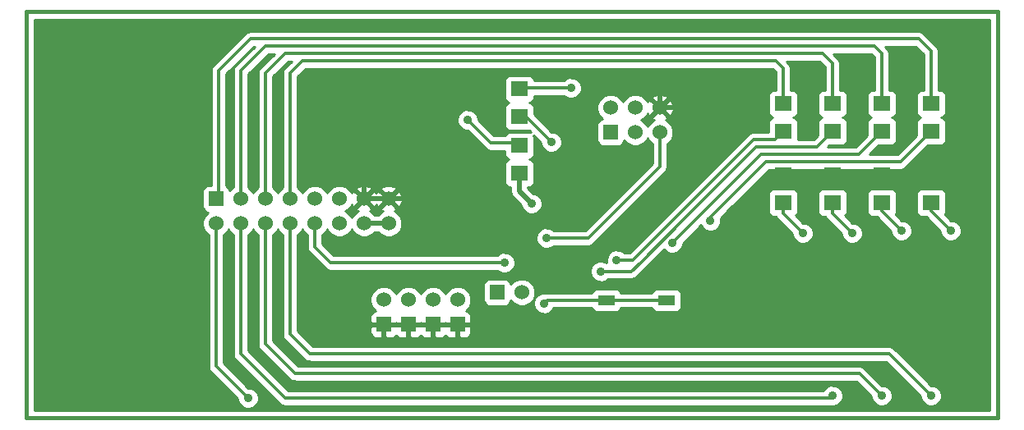
<source format=gtl>
G04 (created by PCBNEW (2013-jul-07)-stable) date mer. 26 nov. 2014 20:09:26 CET*
%MOIN*%
G04 Gerber Fmt 3.4, Leading zero omitted, Abs format*
%FSLAX34Y34*%
G01*
G70*
G90*
G04 APERTURE LIST*
%ADD10C,0.00590551*%
%ADD11C,0.015*%
%ADD12R,0.0709X0.0629*%
%ADD13R,0.06X0.06*%
%ADD14C,0.06*%
%ADD15R,0.0709X0.0433*%
%ADD16C,0.035*%
%ADD17C,0.0197*%
%ADD18C,0.011811*%
%ADD19C,0.01*%
G04 APERTURE END LIST*
G54D10*
G54D11*
X79700Y-47800D02*
X79700Y-31300D01*
X40300Y-47800D02*
X40300Y-31300D01*
X40300Y-31300D02*
X79700Y-31300D01*
X40300Y-47800D02*
X79700Y-47800D01*
G54D12*
X60300Y-35559D03*
X60300Y-34441D03*
X77000Y-36159D03*
X77000Y-35041D03*
X75000Y-36159D03*
X75000Y-35041D03*
X73000Y-36159D03*
X73000Y-35041D03*
X71000Y-36159D03*
X71000Y-35041D03*
X71000Y-39059D03*
X71000Y-37941D03*
X73000Y-39059D03*
X73000Y-37941D03*
X75000Y-39059D03*
X75000Y-37941D03*
X77000Y-39059D03*
X77000Y-37941D03*
X60300Y-37859D03*
X60300Y-36741D03*
G54D13*
X64000Y-36200D03*
G54D14*
X64000Y-35200D03*
X65000Y-36200D03*
X65000Y-35200D03*
X66000Y-36200D03*
X66000Y-35200D03*
G54D13*
X48000Y-38900D03*
G54D14*
X48000Y-39900D03*
X49000Y-38900D03*
X49000Y-39900D03*
X50000Y-38900D03*
X50000Y-39900D03*
X51000Y-38900D03*
X51000Y-39900D03*
X52000Y-38900D03*
X52000Y-39900D03*
X53000Y-38900D03*
X53000Y-39900D03*
X54000Y-38900D03*
X54000Y-39900D03*
X55000Y-38900D03*
X55000Y-39900D03*
G54D13*
X54800Y-44000D03*
G54D14*
X54800Y-43000D03*
G54D13*
X55800Y-44000D03*
G54D14*
X55800Y-43000D03*
G54D13*
X56800Y-44000D03*
G54D14*
X56800Y-43000D03*
G54D13*
X57800Y-44000D03*
G54D14*
X57800Y-43000D03*
G54D15*
X66270Y-44478D03*
X63830Y-44478D03*
X63830Y-43022D03*
X66270Y-43022D03*
G54D13*
X59400Y-42700D03*
G54D14*
X60400Y-42700D03*
G54D16*
X60800Y-39100D03*
X49300Y-47000D03*
X73000Y-46900D03*
X75000Y-46900D03*
X77000Y-46900D03*
X74350Y-33950D03*
X71650Y-33950D03*
X70400Y-33950D03*
X76350Y-33950D03*
X63700Y-37450D03*
X63500Y-34400D03*
X49450Y-35150D03*
X49500Y-37700D03*
X50450Y-35150D03*
X51900Y-35150D03*
X48550Y-35150D03*
X61450Y-39650D03*
X61500Y-38600D03*
X56250Y-40750D03*
X61600Y-36600D03*
X71800Y-40300D03*
X75800Y-40200D03*
X58200Y-35700D03*
X77800Y-40200D03*
X62400Y-34400D03*
X73800Y-40300D03*
X61300Y-43150D03*
X61400Y-40500D03*
X59700Y-41500D03*
X68050Y-39800D03*
X66500Y-40700D03*
X63600Y-41850D03*
X64250Y-41400D03*
G54D17*
X60300Y-37859D02*
X60300Y-38600D01*
X60300Y-38600D02*
X60800Y-39100D01*
X55000Y-39900D02*
X54000Y-39900D01*
G54D18*
X49300Y-47000D02*
X48000Y-45700D01*
X48000Y-45700D02*
X48000Y-39900D01*
X73000Y-46900D02*
X72900Y-47000D01*
X72900Y-47000D02*
X50800Y-47000D01*
X49000Y-45200D02*
X49000Y-39900D01*
X50800Y-47000D02*
X49000Y-45200D01*
X75000Y-46900D02*
X74100Y-46000D01*
X51200Y-46000D02*
X50000Y-44800D01*
X74100Y-46000D02*
X51200Y-46000D01*
X50000Y-39900D02*
X50000Y-44800D01*
X77000Y-46900D02*
X75300Y-45200D01*
X51800Y-45200D02*
X51000Y-44400D01*
X75300Y-45200D02*
X51800Y-45200D01*
X51000Y-43700D02*
X51000Y-44400D01*
X51000Y-39900D02*
X51000Y-43700D01*
G54D17*
X69650Y-33950D02*
X70400Y-33950D01*
X68800Y-35200D02*
X69650Y-33950D01*
X68800Y-35200D02*
X66000Y-35200D01*
X65700Y-34400D02*
X63500Y-34400D01*
X66000Y-34700D02*
X65700Y-34400D01*
X66000Y-35200D02*
X66000Y-34700D01*
X63450Y-34400D02*
X63050Y-34800D01*
X63050Y-34800D02*
X63050Y-36800D01*
X63050Y-36800D02*
X63700Y-37450D01*
X63500Y-34400D02*
X63450Y-34400D01*
X49450Y-35150D02*
X49450Y-37650D01*
X49450Y-37650D02*
X49500Y-37700D01*
X54000Y-35400D02*
X54000Y-38900D01*
X53750Y-35150D02*
X51900Y-35150D01*
X54000Y-35400D02*
X53750Y-35150D01*
X55000Y-38900D02*
X54000Y-38900D01*
X61450Y-39650D02*
X61450Y-38650D01*
X61450Y-38650D02*
X61500Y-38600D01*
X55000Y-38900D02*
X56000Y-38900D01*
X56250Y-39150D02*
X56250Y-40750D01*
X56000Y-38900D02*
X56250Y-39150D01*
G54D18*
X60300Y-35559D02*
X60559Y-35559D01*
X60559Y-35559D02*
X61600Y-36600D01*
X71000Y-39500D02*
X71000Y-39059D01*
X71800Y-40300D02*
X71000Y-39500D01*
X75000Y-39400D02*
X75000Y-39059D01*
X75800Y-40200D02*
X75000Y-39400D01*
X59141Y-36641D02*
X60200Y-36641D01*
X58200Y-35700D02*
X59141Y-36641D01*
X60200Y-36641D02*
X60300Y-36741D01*
X77000Y-39400D02*
X77000Y-39059D01*
X77800Y-40200D02*
X77000Y-39400D01*
X60300Y-34441D02*
X60341Y-34400D01*
X60341Y-34400D02*
X62400Y-34400D01*
X73000Y-39500D02*
X73000Y-39059D01*
X73800Y-40300D02*
X73000Y-39500D01*
X48000Y-38900D02*
X48100Y-38800D01*
X77000Y-32900D02*
X77000Y-35041D01*
X76500Y-32400D02*
X77000Y-32900D01*
X49400Y-32400D02*
X76500Y-32400D01*
X48100Y-33700D02*
X49400Y-32400D01*
X48100Y-38800D02*
X48100Y-33700D01*
X75000Y-35041D02*
X75000Y-33000D01*
X49000Y-33700D02*
X49000Y-38900D01*
X50000Y-32700D02*
X49000Y-33700D01*
X74700Y-32700D02*
X50000Y-32700D01*
X75000Y-33000D02*
X74700Y-32700D01*
X50000Y-38900D02*
X50000Y-33800D01*
X73000Y-33400D02*
X73000Y-35041D01*
X72600Y-33000D02*
X73000Y-33400D01*
X50800Y-33000D02*
X72600Y-33000D01*
X50000Y-33800D02*
X50800Y-33000D01*
X71000Y-35041D02*
X71000Y-33600D01*
X51000Y-33800D02*
X51000Y-38900D01*
X51500Y-33300D02*
X51000Y-33800D01*
X70700Y-33300D02*
X51500Y-33300D01*
X71000Y-33600D02*
X70700Y-33300D01*
X63830Y-43022D02*
X61428Y-43022D01*
X61428Y-43022D02*
X61300Y-43150D01*
X61400Y-40500D02*
X63100Y-40500D01*
X66000Y-37600D02*
X66000Y-36200D01*
X63100Y-40500D02*
X66000Y-37600D01*
X63830Y-43022D02*
X66270Y-43022D01*
X52000Y-39900D02*
X52000Y-40850D01*
X52650Y-41500D02*
X59700Y-41500D01*
X52000Y-40850D02*
X52650Y-41500D01*
X68050Y-39650D02*
X68550Y-39150D01*
X68050Y-39800D02*
X68050Y-39650D01*
X75759Y-37400D02*
X77000Y-36159D01*
X70300Y-37400D02*
X75759Y-37400D01*
X68550Y-39150D02*
X70300Y-37400D01*
X74059Y-37100D02*
X75000Y-36159D01*
X70100Y-37100D02*
X74059Y-37100D01*
X66500Y-40700D02*
X70100Y-37100D01*
X65225Y-41475D02*
X64850Y-41850D01*
X64850Y-41850D02*
X63600Y-41850D01*
X72359Y-36800D02*
X73000Y-36159D01*
X72300Y-36800D02*
X72359Y-36800D01*
X71200Y-36800D02*
X72300Y-36800D01*
X69900Y-36800D02*
X71200Y-36800D01*
X68900Y-37800D02*
X69900Y-36800D01*
X66900Y-39800D02*
X68900Y-37800D01*
X65225Y-41475D02*
X66900Y-39800D01*
X65300Y-41000D02*
X64900Y-41400D01*
X65550Y-40750D02*
X69500Y-36800D01*
X65300Y-41000D02*
X65550Y-40750D01*
X69800Y-36500D02*
X69500Y-36800D01*
X70659Y-36500D02*
X69800Y-36500D01*
X71000Y-36159D02*
X70659Y-36500D01*
X64900Y-41400D02*
X64250Y-41400D01*
G54D10*
G36*
X49553Y-32709D02*
X48781Y-33481D01*
X48714Y-33581D01*
X48690Y-33700D01*
X48690Y-38432D01*
X48688Y-38433D01*
X48550Y-38572D01*
X48550Y-38550D01*
X48512Y-38458D01*
X48441Y-38388D01*
X48409Y-38374D01*
X48409Y-33828D01*
X49528Y-32709D01*
X49553Y-32709D01*
X49553Y-32709D01*
G37*
G54D19*
X49553Y-32709D02*
X48781Y-33481D01*
X48714Y-33581D01*
X48690Y-33700D01*
X48690Y-38432D01*
X48688Y-38433D01*
X48550Y-38572D01*
X48550Y-38550D01*
X48512Y-38458D01*
X48441Y-38388D01*
X48409Y-38374D01*
X48409Y-33828D01*
X49528Y-32709D01*
X49553Y-32709D01*
G54D10*
G36*
X50353Y-33009D02*
X49781Y-33581D01*
X49714Y-33681D01*
X49690Y-33800D01*
X49690Y-38432D01*
X49688Y-38433D01*
X49534Y-38588D01*
X49500Y-38669D01*
X49466Y-38588D01*
X49311Y-38434D01*
X49309Y-38432D01*
X49309Y-33828D01*
X50128Y-33009D01*
X50353Y-33009D01*
X50353Y-33009D01*
G37*
G54D19*
X50353Y-33009D02*
X49781Y-33581D01*
X49714Y-33681D01*
X49690Y-33800D01*
X49690Y-38432D01*
X49688Y-38433D01*
X49534Y-38588D01*
X49500Y-38669D01*
X49466Y-38588D01*
X49311Y-38434D01*
X49309Y-38432D01*
X49309Y-33828D01*
X50128Y-33009D01*
X50353Y-33009D01*
G54D10*
G36*
X51053Y-33309D02*
X50781Y-33581D01*
X50714Y-33681D01*
X50690Y-33800D01*
X50690Y-38432D01*
X50688Y-38433D01*
X50534Y-38588D01*
X50500Y-38669D01*
X50466Y-38588D01*
X50311Y-38434D01*
X50309Y-38432D01*
X50309Y-33928D01*
X50928Y-33309D01*
X51053Y-33309D01*
X51053Y-33309D01*
G37*
G54D19*
X51053Y-33309D02*
X50781Y-33581D01*
X50714Y-33681D01*
X50690Y-33800D01*
X50690Y-38432D01*
X50688Y-38433D01*
X50534Y-38588D01*
X50500Y-38669D01*
X50466Y-38588D01*
X50311Y-38434D01*
X50309Y-38432D01*
X50309Y-33928D01*
X50928Y-33309D01*
X51053Y-33309D01*
G54D10*
G36*
X72690Y-34476D02*
X72595Y-34476D01*
X72504Y-34514D01*
X72433Y-34584D01*
X72395Y-34676D01*
X72395Y-34776D01*
X72395Y-35405D01*
X72433Y-35496D01*
X72503Y-35567D01*
X72582Y-35600D01*
X72504Y-35632D01*
X72433Y-35702D01*
X72395Y-35794D01*
X72395Y-35894D01*
X72395Y-36326D01*
X72230Y-36490D01*
X71604Y-36490D01*
X71604Y-36423D01*
X71604Y-35794D01*
X71566Y-35703D01*
X71496Y-35632D01*
X71417Y-35599D01*
X71495Y-35567D01*
X71566Y-35497D01*
X71604Y-35405D01*
X71604Y-35305D01*
X71604Y-34676D01*
X71566Y-34585D01*
X71496Y-34514D01*
X71404Y-34476D01*
X71309Y-34476D01*
X71309Y-33600D01*
X71309Y-33599D01*
X71309Y-33599D01*
X71304Y-33576D01*
X71285Y-33481D01*
X71285Y-33481D01*
X71218Y-33381D01*
X71218Y-33381D01*
X71146Y-33309D01*
X72471Y-33309D01*
X72690Y-33528D01*
X72690Y-34476D01*
X72690Y-34476D01*
G37*
G54D19*
X72690Y-34476D02*
X72595Y-34476D01*
X72504Y-34514D01*
X72433Y-34584D01*
X72395Y-34676D01*
X72395Y-34776D01*
X72395Y-35405D01*
X72433Y-35496D01*
X72503Y-35567D01*
X72582Y-35600D01*
X72504Y-35632D01*
X72433Y-35702D01*
X72395Y-35794D01*
X72395Y-35894D01*
X72395Y-36326D01*
X72230Y-36490D01*
X71604Y-36490D01*
X71604Y-36423D01*
X71604Y-35794D01*
X71566Y-35703D01*
X71496Y-35632D01*
X71417Y-35599D01*
X71495Y-35567D01*
X71566Y-35497D01*
X71604Y-35405D01*
X71604Y-35305D01*
X71604Y-34676D01*
X71566Y-34585D01*
X71496Y-34514D01*
X71404Y-34476D01*
X71309Y-34476D01*
X71309Y-33600D01*
X71309Y-33599D01*
X71309Y-33599D01*
X71304Y-33576D01*
X71285Y-33481D01*
X71285Y-33481D01*
X71218Y-33381D01*
X71218Y-33381D01*
X71146Y-33309D01*
X72471Y-33309D01*
X72690Y-33528D01*
X72690Y-34476D01*
G54D10*
G36*
X74690Y-34476D02*
X74595Y-34476D01*
X74504Y-34514D01*
X74433Y-34584D01*
X74395Y-34676D01*
X74395Y-34776D01*
X74395Y-35405D01*
X74433Y-35496D01*
X74503Y-35567D01*
X74582Y-35600D01*
X74504Y-35632D01*
X74433Y-35702D01*
X74395Y-35794D01*
X74395Y-35894D01*
X74395Y-36326D01*
X73930Y-36790D01*
X72805Y-36790D01*
X72872Y-36723D01*
X73404Y-36723D01*
X73495Y-36685D01*
X73566Y-36615D01*
X73604Y-36523D01*
X73604Y-36423D01*
X73604Y-35794D01*
X73566Y-35703D01*
X73496Y-35632D01*
X73417Y-35599D01*
X73495Y-35567D01*
X73566Y-35497D01*
X73604Y-35405D01*
X73604Y-35305D01*
X73604Y-34676D01*
X73566Y-34585D01*
X73496Y-34514D01*
X73404Y-34476D01*
X73309Y-34476D01*
X73309Y-33400D01*
X73309Y-33399D01*
X73309Y-33399D01*
X73304Y-33376D01*
X73285Y-33281D01*
X73285Y-33281D01*
X73218Y-33181D01*
X73218Y-33181D01*
X73046Y-33009D01*
X74571Y-33009D01*
X74690Y-33128D01*
X74690Y-34476D01*
X74690Y-34476D01*
G37*
G54D19*
X74690Y-34476D02*
X74595Y-34476D01*
X74504Y-34514D01*
X74433Y-34584D01*
X74395Y-34676D01*
X74395Y-34776D01*
X74395Y-35405D01*
X74433Y-35496D01*
X74503Y-35567D01*
X74582Y-35600D01*
X74504Y-35632D01*
X74433Y-35702D01*
X74395Y-35794D01*
X74395Y-35894D01*
X74395Y-36326D01*
X73930Y-36790D01*
X72805Y-36790D01*
X72872Y-36723D01*
X73404Y-36723D01*
X73495Y-36685D01*
X73566Y-36615D01*
X73604Y-36523D01*
X73604Y-36423D01*
X73604Y-35794D01*
X73566Y-35703D01*
X73496Y-35632D01*
X73417Y-35599D01*
X73495Y-35567D01*
X73566Y-35497D01*
X73604Y-35405D01*
X73604Y-35305D01*
X73604Y-34676D01*
X73566Y-34585D01*
X73496Y-34514D01*
X73404Y-34476D01*
X73309Y-34476D01*
X73309Y-33400D01*
X73309Y-33399D01*
X73309Y-33399D01*
X73304Y-33376D01*
X73285Y-33281D01*
X73285Y-33281D01*
X73218Y-33181D01*
X73218Y-33181D01*
X73046Y-33009D01*
X74571Y-33009D01*
X74690Y-33128D01*
X74690Y-34476D01*
G54D10*
G36*
X76690Y-34476D02*
X76595Y-34476D01*
X76504Y-34514D01*
X76433Y-34584D01*
X76395Y-34676D01*
X76395Y-34776D01*
X76395Y-35405D01*
X76433Y-35496D01*
X76503Y-35567D01*
X76582Y-35600D01*
X76504Y-35632D01*
X76433Y-35702D01*
X76395Y-35794D01*
X76395Y-35894D01*
X76395Y-36326D01*
X75630Y-37090D01*
X74505Y-37090D01*
X74872Y-36723D01*
X75404Y-36723D01*
X75495Y-36685D01*
X75566Y-36615D01*
X75604Y-36523D01*
X75604Y-36423D01*
X75604Y-35794D01*
X75566Y-35703D01*
X75496Y-35632D01*
X75417Y-35599D01*
X75495Y-35567D01*
X75566Y-35497D01*
X75604Y-35405D01*
X75604Y-35305D01*
X75604Y-34676D01*
X75566Y-34585D01*
X75496Y-34514D01*
X75404Y-34476D01*
X75309Y-34476D01*
X75309Y-33000D01*
X75309Y-32999D01*
X75309Y-32999D01*
X75304Y-32976D01*
X75285Y-32881D01*
X75285Y-32881D01*
X75218Y-32781D01*
X75218Y-32781D01*
X75146Y-32709D01*
X76371Y-32709D01*
X76690Y-33028D01*
X76690Y-34476D01*
X76690Y-34476D01*
G37*
G54D19*
X76690Y-34476D02*
X76595Y-34476D01*
X76504Y-34514D01*
X76433Y-34584D01*
X76395Y-34676D01*
X76395Y-34776D01*
X76395Y-35405D01*
X76433Y-35496D01*
X76503Y-35567D01*
X76582Y-35600D01*
X76504Y-35632D01*
X76433Y-35702D01*
X76395Y-35794D01*
X76395Y-35894D01*
X76395Y-36326D01*
X75630Y-37090D01*
X74505Y-37090D01*
X74872Y-36723D01*
X75404Y-36723D01*
X75495Y-36685D01*
X75566Y-36615D01*
X75604Y-36523D01*
X75604Y-36423D01*
X75604Y-35794D01*
X75566Y-35703D01*
X75496Y-35632D01*
X75417Y-35599D01*
X75495Y-35567D01*
X75566Y-35497D01*
X75604Y-35405D01*
X75604Y-35305D01*
X75604Y-34676D01*
X75566Y-34585D01*
X75496Y-34514D01*
X75404Y-34476D01*
X75309Y-34476D01*
X75309Y-33000D01*
X75309Y-32999D01*
X75309Y-32999D01*
X75304Y-32976D01*
X75285Y-32881D01*
X75285Y-32881D01*
X75218Y-32781D01*
X75218Y-32781D01*
X75146Y-32709D01*
X76371Y-32709D01*
X76690Y-33028D01*
X76690Y-34476D01*
G54D10*
G36*
X79375Y-47475D02*
X78225Y-47475D01*
X78225Y-40115D01*
X78160Y-39959D01*
X78041Y-39839D01*
X77884Y-39775D01*
X77812Y-39775D01*
X77559Y-39522D01*
X77566Y-39515D01*
X77604Y-39423D01*
X77604Y-39323D01*
X77604Y-38694D01*
X77604Y-36423D01*
X77604Y-35794D01*
X77566Y-35703D01*
X77496Y-35632D01*
X77417Y-35599D01*
X77495Y-35567D01*
X77566Y-35497D01*
X77604Y-35405D01*
X77604Y-35305D01*
X77604Y-34676D01*
X77566Y-34585D01*
X77496Y-34514D01*
X77404Y-34476D01*
X77309Y-34476D01*
X77309Y-32900D01*
X77285Y-32781D01*
X77285Y-32781D01*
X77218Y-32681D01*
X76718Y-32181D01*
X76618Y-32114D01*
X76500Y-32090D01*
X49400Y-32090D01*
X49281Y-32114D01*
X49181Y-32181D01*
X47881Y-33481D01*
X47814Y-33581D01*
X47790Y-33700D01*
X47790Y-38349D01*
X47650Y-38349D01*
X47558Y-38387D01*
X47488Y-38458D01*
X47450Y-38550D01*
X47449Y-38649D01*
X47449Y-39249D01*
X47487Y-39341D01*
X47558Y-39411D01*
X47650Y-39449D01*
X47672Y-39449D01*
X47534Y-39588D01*
X47450Y-39790D01*
X47449Y-40008D01*
X47533Y-40211D01*
X47688Y-40365D01*
X47690Y-40367D01*
X47690Y-45700D01*
X47714Y-45818D01*
X47781Y-45918D01*
X48874Y-47012D01*
X48874Y-47084D01*
X48939Y-47240D01*
X49058Y-47360D01*
X49215Y-47424D01*
X49384Y-47425D01*
X49540Y-47360D01*
X49660Y-47241D01*
X49724Y-47084D01*
X49725Y-46915D01*
X49660Y-46759D01*
X49541Y-46639D01*
X49384Y-46575D01*
X49312Y-46575D01*
X48309Y-45571D01*
X48309Y-40367D01*
X48311Y-40366D01*
X48465Y-40211D01*
X48499Y-40130D01*
X48533Y-40211D01*
X48688Y-40365D01*
X48690Y-40367D01*
X48690Y-45200D01*
X48714Y-45318D01*
X48781Y-45418D01*
X50581Y-47218D01*
X50681Y-47285D01*
X50681Y-47285D01*
X50800Y-47309D01*
X72876Y-47309D01*
X72915Y-47324D01*
X73084Y-47325D01*
X73240Y-47260D01*
X73360Y-47141D01*
X73424Y-46984D01*
X73425Y-46815D01*
X73360Y-46659D01*
X73241Y-46539D01*
X73084Y-46475D01*
X72915Y-46474D01*
X72759Y-46539D01*
X72639Y-46658D01*
X72626Y-46690D01*
X50928Y-46690D01*
X49309Y-45071D01*
X49309Y-40367D01*
X49311Y-40366D01*
X49465Y-40211D01*
X49499Y-40130D01*
X49533Y-40211D01*
X49688Y-40365D01*
X49690Y-40367D01*
X49690Y-44800D01*
X49714Y-44918D01*
X49781Y-45018D01*
X50981Y-46218D01*
X50981Y-46218D01*
X51081Y-46285D01*
X51081Y-46285D01*
X51176Y-46304D01*
X51199Y-46309D01*
X51199Y-46309D01*
X51200Y-46309D01*
X73971Y-46309D01*
X74574Y-46912D01*
X74574Y-46984D01*
X74639Y-47140D01*
X74758Y-47260D01*
X74915Y-47324D01*
X75084Y-47325D01*
X75240Y-47260D01*
X75360Y-47141D01*
X75424Y-46984D01*
X75425Y-46815D01*
X75360Y-46659D01*
X75241Y-46539D01*
X75084Y-46475D01*
X75012Y-46475D01*
X74318Y-45781D01*
X74218Y-45714D01*
X74100Y-45690D01*
X51328Y-45690D01*
X50309Y-44671D01*
X50309Y-40367D01*
X50311Y-40366D01*
X50465Y-40211D01*
X50499Y-40130D01*
X50533Y-40211D01*
X50688Y-40365D01*
X50690Y-40367D01*
X50690Y-43700D01*
X50690Y-44400D01*
X50714Y-44518D01*
X50781Y-44618D01*
X51581Y-45418D01*
X51581Y-45418D01*
X51681Y-45485D01*
X51681Y-45485D01*
X51776Y-45504D01*
X51799Y-45509D01*
X51799Y-45509D01*
X51800Y-45509D01*
X75171Y-45509D01*
X76574Y-46912D01*
X76574Y-46984D01*
X76639Y-47140D01*
X76758Y-47260D01*
X76915Y-47324D01*
X77084Y-47325D01*
X77240Y-47260D01*
X77360Y-47141D01*
X77424Y-46984D01*
X77425Y-46815D01*
X77360Y-46659D01*
X77241Y-46539D01*
X77084Y-46475D01*
X77012Y-46475D01*
X76225Y-45688D01*
X76225Y-40115D01*
X76160Y-39959D01*
X76041Y-39839D01*
X75884Y-39775D01*
X75812Y-39775D01*
X75559Y-39522D01*
X75566Y-39515D01*
X75604Y-39423D01*
X75604Y-39323D01*
X75604Y-38694D01*
X75566Y-38603D01*
X75496Y-38532D01*
X75404Y-38494D01*
X75304Y-38494D01*
X74595Y-38494D01*
X74504Y-38532D01*
X74433Y-38602D01*
X74395Y-38694D01*
X74395Y-38794D01*
X74395Y-39423D01*
X74433Y-39514D01*
X74503Y-39585D01*
X74595Y-39623D01*
X74695Y-39623D01*
X74786Y-39623D01*
X75374Y-40212D01*
X75374Y-40284D01*
X75439Y-40440D01*
X75558Y-40560D01*
X75715Y-40624D01*
X75884Y-40625D01*
X76040Y-40560D01*
X76160Y-40441D01*
X76224Y-40284D01*
X76225Y-40115D01*
X76225Y-45688D01*
X75518Y-44981D01*
X75418Y-44914D01*
X75300Y-44890D01*
X74225Y-44890D01*
X74225Y-40215D01*
X74160Y-40059D01*
X74041Y-39939D01*
X73884Y-39875D01*
X73812Y-39875D01*
X73509Y-39572D01*
X73566Y-39515D01*
X73604Y-39423D01*
X73604Y-39323D01*
X73604Y-38694D01*
X73566Y-38603D01*
X73496Y-38532D01*
X73404Y-38494D01*
X73304Y-38494D01*
X72595Y-38494D01*
X72504Y-38532D01*
X72433Y-38602D01*
X72395Y-38694D01*
X72395Y-38794D01*
X72395Y-39423D01*
X72433Y-39514D01*
X72503Y-39585D01*
X72595Y-39623D01*
X72695Y-39623D01*
X72717Y-39623D01*
X72717Y-39623D01*
X72781Y-39718D01*
X73374Y-40312D01*
X73374Y-40384D01*
X73439Y-40540D01*
X73558Y-40660D01*
X73715Y-40724D01*
X73884Y-40725D01*
X74040Y-40660D01*
X74160Y-40541D01*
X74224Y-40384D01*
X74225Y-40215D01*
X74225Y-44890D01*
X72225Y-44890D01*
X72225Y-40215D01*
X72160Y-40059D01*
X72041Y-39939D01*
X71884Y-39875D01*
X71812Y-39875D01*
X71509Y-39572D01*
X71566Y-39515D01*
X71604Y-39423D01*
X71604Y-39323D01*
X71604Y-38694D01*
X71566Y-38603D01*
X71496Y-38532D01*
X71404Y-38494D01*
X71304Y-38494D01*
X70595Y-38494D01*
X70504Y-38532D01*
X70433Y-38602D01*
X70395Y-38694D01*
X70395Y-38794D01*
X70395Y-39423D01*
X70433Y-39514D01*
X70503Y-39585D01*
X70595Y-39623D01*
X70695Y-39623D01*
X70717Y-39623D01*
X70717Y-39623D01*
X70781Y-39718D01*
X71374Y-40312D01*
X71374Y-40384D01*
X71439Y-40540D01*
X71558Y-40660D01*
X71715Y-40724D01*
X71884Y-40725D01*
X72040Y-40660D01*
X72160Y-40541D01*
X72224Y-40384D01*
X72225Y-40215D01*
X72225Y-44890D01*
X66874Y-44890D01*
X66874Y-43188D01*
X66874Y-42755D01*
X66836Y-42664D01*
X66766Y-42593D01*
X66674Y-42555D01*
X66574Y-42555D01*
X65865Y-42555D01*
X65774Y-42593D01*
X65703Y-42663D01*
X65683Y-42712D01*
X64416Y-42712D01*
X64396Y-42664D01*
X64326Y-42593D01*
X64234Y-42555D01*
X64134Y-42555D01*
X63425Y-42555D01*
X63334Y-42593D01*
X63263Y-42663D01*
X63243Y-42712D01*
X61428Y-42712D01*
X61367Y-42725D01*
X61367Y-42725D01*
X61215Y-42724D01*
X61059Y-42789D01*
X60950Y-42898D01*
X60950Y-42591D01*
X60866Y-42388D01*
X60711Y-42234D01*
X60509Y-42150D01*
X60291Y-42149D01*
X60088Y-42233D01*
X59950Y-42372D01*
X59950Y-42350D01*
X59912Y-42258D01*
X59841Y-42188D01*
X59749Y-42150D01*
X59650Y-42149D01*
X59050Y-42149D01*
X58958Y-42187D01*
X58888Y-42258D01*
X58850Y-42350D01*
X58849Y-42449D01*
X58849Y-43049D01*
X58887Y-43141D01*
X58958Y-43211D01*
X59050Y-43249D01*
X59149Y-43250D01*
X59749Y-43250D01*
X59841Y-43212D01*
X59911Y-43141D01*
X59949Y-43049D01*
X59949Y-43027D01*
X60088Y-43165D01*
X60290Y-43249D01*
X60508Y-43250D01*
X60711Y-43166D01*
X60865Y-43011D01*
X60949Y-42809D01*
X60950Y-42591D01*
X60950Y-42898D01*
X60939Y-42908D01*
X60875Y-43065D01*
X60874Y-43234D01*
X60939Y-43390D01*
X61058Y-43510D01*
X61215Y-43574D01*
X61384Y-43575D01*
X61540Y-43510D01*
X61660Y-43391D01*
X61685Y-43331D01*
X63243Y-43331D01*
X63263Y-43379D01*
X63333Y-43450D01*
X63425Y-43488D01*
X63525Y-43488D01*
X64234Y-43488D01*
X64325Y-43450D01*
X64396Y-43380D01*
X64416Y-43331D01*
X65683Y-43331D01*
X65703Y-43379D01*
X65773Y-43450D01*
X65865Y-43488D01*
X65965Y-43488D01*
X66674Y-43488D01*
X66765Y-43450D01*
X66836Y-43380D01*
X66874Y-43288D01*
X66874Y-43188D01*
X66874Y-44890D01*
X58350Y-44890D01*
X58350Y-42891D01*
X58266Y-42688D01*
X58111Y-42534D01*
X57909Y-42450D01*
X57691Y-42449D01*
X57488Y-42533D01*
X57334Y-42688D01*
X57300Y-42769D01*
X57266Y-42688D01*
X57111Y-42534D01*
X56909Y-42450D01*
X56691Y-42449D01*
X56488Y-42533D01*
X56334Y-42688D01*
X56300Y-42769D01*
X56266Y-42688D01*
X56111Y-42534D01*
X55909Y-42450D01*
X55691Y-42449D01*
X55488Y-42533D01*
X55334Y-42688D01*
X55300Y-42769D01*
X55266Y-42688D01*
X55111Y-42534D01*
X54909Y-42450D01*
X54691Y-42449D01*
X54488Y-42533D01*
X54334Y-42688D01*
X54250Y-42890D01*
X54249Y-43108D01*
X54333Y-43311D01*
X54472Y-43450D01*
X54450Y-43450D01*
X54358Y-43488D01*
X54287Y-43558D01*
X54249Y-43650D01*
X54250Y-43887D01*
X54312Y-43950D01*
X54750Y-43950D01*
X54750Y-43942D01*
X54850Y-43942D01*
X54850Y-43950D01*
X55287Y-43950D01*
X55300Y-43937D01*
X55312Y-43950D01*
X55750Y-43950D01*
X55750Y-43942D01*
X55850Y-43942D01*
X55850Y-43950D01*
X56287Y-43950D01*
X56300Y-43937D01*
X56312Y-43950D01*
X56750Y-43950D01*
X56750Y-43942D01*
X56850Y-43942D01*
X56850Y-43950D01*
X57287Y-43950D01*
X57300Y-43937D01*
X57312Y-43950D01*
X57750Y-43950D01*
X57750Y-43942D01*
X57850Y-43942D01*
X57850Y-43950D01*
X58287Y-43950D01*
X58350Y-43887D01*
X58350Y-43650D01*
X58312Y-43558D01*
X58241Y-43488D01*
X58149Y-43450D01*
X58127Y-43450D01*
X58265Y-43311D01*
X58349Y-43109D01*
X58350Y-42891D01*
X58350Y-44890D01*
X58350Y-44890D01*
X58350Y-44349D01*
X58350Y-44112D01*
X58287Y-44050D01*
X57850Y-44050D01*
X57850Y-44487D01*
X57912Y-44550D01*
X58050Y-44550D01*
X58149Y-44549D01*
X58241Y-44511D01*
X58312Y-44441D01*
X58350Y-44349D01*
X58350Y-44890D01*
X57750Y-44890D01*
X57750Y-44487D01*
X57750Y-44050D01*
X57312Y-44050D01*
X57300Y-44062D01*
X57287Y-44050D01*
X56850Y-44050D01*
X56850Y-44487D01*
X56912Y-44550D01*
X57050Y-44550D01*
X57149Y-44549D01*
X57241Y-44511D01*
X57300Y-44453D01*
X57358Y-44511D01*
X57450Y-44549D01*
X57549Y-44550D01*
X57687Y-44550D01*
X57750Y-44487D01*
X57750Y-44890D01*
X56750Y-44890D01*
X56750Y-44487D01*
X56750Y-44050D01*
X56312Y-44050D01*
X56300Y-44062D01*
X56287Y-44050D01*
X55850Y-44050D01*
X55850Y-44487D01*
X55912Y-44550D01*
X56050Y-44550D01*
X56149Y-44549D01*
X56241Y-44511D01*
X56300Y-44453D01*
X56358Y-44511D01*
X56450Y-44549D01*
X56549Y-44550D01*
X56687Y-44550D01*
X56750Y-44487D01*
X56750Y-44890D01*
X55750Y-44890D01*
X55750Y-44487D01*
X55750Y-44050D01*
X55312Y-44050D01*
X55300Y-44062D01*
X55287Y-44050D01*
X54850Y-44050D01*
X54850Y-44487D01*
X54912Y-44550D01*
X55050Y-44550D01*
X55149Y-44549D01*
X55241Y-44511D01*
X55300Y-44453D01*
X55358Y-44511D01*
X55450Y-44549D01*
X55549Y-44550D01*
X55687Y-44550D01*
X55750Y-44487D01*
X55750Y-44890D01*
X54750Y-44890D01*
X54750Y-44487D01*
X54750Y-44050D01*
X54312Y-44050D01*
X54250Y-44112D01*
X54249Y-44349D01*
X54287Y-44441D01*
X54358Y-44511D01*
X54450Y-44549D01*
X54549Y-44550D01*
X54687Y-44550D01*
X54750Y-44487D01*
X54750Y-44890D01*
X51928Y-44890D01*
X51309Y-44271D01*
X51309Y-43700D01*
X51309Y-40367D01*
X51311Y-40366D01*
X51465Y-40211D01*
X51499Y-40130D01*
X51533Y-40211D01*
X51688Y-40365D01*
X51690Y-40367D01*
X51690Y-40850D01*
X51714Y-40968D01*
X51781Y-41068D01*
X52431Y-41718D01*
X52431Y-41718D01*
X52531Y-41785D01*
X52531Y-41785D01*
X52650Y-41809D01*
X59407Y-41809D01*
X59458Y-41860D01*
X59615Y-41924D01*
X59784Y-41925D01*
X59940Y-41860D01*
X60060Y-41741D01*
X60124Y-41584D01*
X60125Y-41415D01*
X60060Y-41259D01*
X59941Y-41139D01*
X59784Y-41075D01*
X59615Y-41074D01*
X59459Y-41139D01*
X59408Y-41190D01*
X55554Y-41190D01*
X55554Y-38981D01*
X55543Y-38763D01*
X55481Y-38612D01*
X55385Y-38584D01*
X55315Y-38655D01*
X55315Y-38514D01*
X55287Y-38418D01*
X55081Y-38345D01*
X54863Y-38356D01*
X54712Y-38418D01*
X54684Y-38514D01*
X55000Y-38829D01*
X55315Y-38514D01*
X55315Y-38655D01*
X55070Y-38900D01*
X55385Y-39215D01*
X55481Y-39187D01*
X55554Y-38981D01*
X55554Y-41190D01*
X52778Y-41190D01*
X52309Y-40721D01*
X52309Y-40367D01*
X52311Y-40366D01*
X52465Y-40211D01*
X52499Y-40130D01*
X52533Y-40211D01*
X52688Y-40365D01*
X52890Y-40449D01*
X53108Y-40450D01*
X53311Y-40366D01*
X53465Y-40211D01*
X53499Y-40130D01*
X53533Y-40211D01*
X53688Y-40365D01*
X53890Y-40449D01*
X54108Y-40450D01*
X54311Y-40366D01*
X54429Y-40248D01*
X54570Y-40248D01*
X54688Y-40365D01*
X54890Y-40449D01*
X55108Y-40450D01*
X55311Y-40366D01*
X55465Y-40211D01*
X55549Y-40009D01*
X55550Y-39791D01*
X55466Y-39588D01*
X55311Y-39434D01*
X55236Y-39402D01*
X55287Y-39381D01*
X55315Y-39285D01*
X55000Y-38970D01*
X54929Y-39041D01*
X54929Y-38900D01*
X54614Y-38584D01*
X54518Y-38612D01*
X54501Y-38660D01*
X54481Y-38612D01*
X54385Y-38584D01*
X54315Y-38655D01*
X54315Y-38514D01*
X54287Y-38418D01*
X54081Y-38345D01*
X53863Y-38356D01*
X53712Y-38418D01*
X53684Y-38514D01*
X54000Y-38829D01*
X54315Y-38514D01*
X54315Y-38655D01*
X54070Y-38900D01*
X54385Y-39215D01*
X54481Y-39187D01*
X54498Y-39139D01*
X54518Y-39187D01*
X54614Y-39215D01*
X54929Y-38900D01*
X54929Y-39041D01*
X54684Y-39285D01*
X54712Y-39381D01*
X54767Y-39400D01*
X54688Y-39433D01*
X54570Y-39551D01*
X54429Y-39551D01*
X54311Y-39434D01*
X54236Y-39402D01*
X54287Y-39381D01*
X54315Y-39285D01*
X54000Y-38970D01*
X53684Y-39285D01*
X53712Y-39381D01*
X53767Y-39400D01*
X53688Y-39433D01*
X53534Y-39588D01*
X53500Y-39669D01*
X53466Y-39588D01*
X53311Y-39434D01*
X53230Y-39400D01*
X53311Y-39366D01*
X53465Y-39211D01*
X53497Y-39136D01*
X53518Y-39187D01*
X53614Y-39215D01*
X53929Y-38900D01*
X53614Y-38584D01*
X53518Y-38612D01*
X53499Y-38667D01*
X53466Y-38588D01*
X53311Y-38434D01*
X53109Y-38350D01*
X52891Y-38349D01*
X52688Y-38433D01*
X52534Y-38588D01*
X52500Y-38669D01*
X52466Y-38588D01*
X52311Y-38434D01*
X52109Y-38350D01*
X51891Y-38349D01*
X51688Y-38433D01*
X51534Y-38588D01*
X51500Y-38669D01*
X51466Y-38588D01*
X51311Y-38434D01*
X51309Y-38432D01*
X51309Y-33928D01*
X51628Y-33609D01*
X70571Y-33609D01*
X70690Y-33728D01*
X70690Y-34476D01*
X70595Y-34476D01*
X70504Y-34514D01*
X70433Y-34584D01*
X70395Y-34676D01*
X70395Y-34776D01*
X70395Y-35405D01*
X70433Y-35496D01*
X70503Y-35567D01*
X70582Y-35600D01*
X70504Y-35632D01*
X70433Y-35702D01*
X70395Y-35794D01*
X70395Y-35894D01*
X70395Y-36190D01*
X69800Y-36190D01*
X69799Y-36190D01*
X69776Y-36195D01*
X69681Y-36214D01*
X69581Y-36281D01*
X69581Y-36281D01*
X69281Y-36581D01*
X69281Y-36581D01*
X66554Y-39308D01*
X66554Y-35281D01*
X66543Y-35063D01*
X66481Y-34912D01*
X66385Y-34884D01*
X66315Y-34955D01*
X66315Y-34814D01*
X66287Y-34718D01*
X66081Y-34645D01*
X65863Y-34656D01*
X65712Y-34718D01*
X65684Y-34814D01*
X66000Y-35129D01*
X66315Y-34814D01*
X66315Y-34955D01*
X66070Y-35200D01*
X66385Y-35515D01*
X66481Y-35487D01*
X66554Y-35281D01*
X66554Y-39308D01*
X66550Y-39312D01*
X66550Y-36091D01*
X66466Y-35888D01*
X66311Y-35734D01*
X66236Y-35702D01*
X66287Y-35681D01*
X66315Y-35585D01*
X66000Y-35270D01*
X65684Y-35585D01*
X65712Y-35681D01*
X65767Y-35700D01*
X65688Y-35733D01*
X65534Y-35888D01*
X65500Y-35969D01*
X65466Y-35888D01*
X65311Y-35734D01*
X65230Y-35700D01*
X65311Y-35666D01*
X65465Y-35511D01*
X65497Y-35436D01*
X65518Y-35487D01*
X65614Y-35515D01*
X65929Y-35200D01*
X65614Y-34884D01*
X65518Y-34912D01*
X65499Y-34967D01*
X65466Y-34888D01*
X65311Y-34734D01*
X65109Y-34650D01*
X64891Y-34649D01*
X64688Y-34733D01*
X64534Y-34888D01*
X64500Y-34969D01*
X64466Y-34888D01*
X64311Y-34734D01*
X64109Y-34650D01*
X63891Y-34649D01*
X63688Y-34733D01*
X63534Y-34888D01*
X63450Y-35090D01*
X63449Y-35308D01*
X63533Y-35511D01*
X63672Y-35649D01*
X63650Y-35649D01*
X63558Y-35687D01*
X63488Y-35758D01*
X63450Y-35850D01*
X63449Y-35949D01*
X63449Y-36549D01*
X63487Y-36641D01*
X63558Y-36711D01*
X63650Y-36749D01*
X63749Y-36750D01*
X64349Y-36750D01*
X64441Y-36712D01*
X64511Y-36641D01*
X64549Y-36549D01*
X64549Y-36527D01*
X64688Y-36665D01*
X64890Y-36749D01*
X65108Y-36750D01*
X65311Y-36666D01*
X65465Y-36511D01*
X65499Y-36430D01*
X65533Y-36511D01*
X65688Y-36665D01*
X65690Y-36667D01*
X65690Y-37471D01*
X62971Y-40190D01*
X62825Y-40190D01*
X62825Y-34315D01*
X62760Y-34159D01*
X62641Y-34039D01*
X62484Y-33975D01*
X62315Y-33974D01*
X62159Y-34039D01*
X62108Y-34090D01*
X60904Y-34090D01*
X60904Y-34076D01*
X60866Y-33985D01*
X60796Y-33914D01*
X60704Y-33876D01*
X60604Y-33876D01*
X59895Y-33876D01*
X59804Y-33914D01*
X59733Y-33984D01*
X59695Y-34076D01*
X59695Y-34176D01*
X59695Y-34805D01*
X59733Y-34896D01*
X59803Y-34967D01*
X59882Y-35000D01*
X59804Y-35032D01*
X59733Y-35102D01*
X59695Y-35194D01*
X59695Y-35294D01*
X59695Y-35923D01*
X59733Y-36014D01*
X59803Y-36085D01*
X59895Y-36123D01*
X59995Y-36123D01*
X60686Y-36123D01*
X60764Y-36201D01*
X60704Y-36176D01*
X60604Y-36176D01*
X59895Y-36176D01*
X59804Y-36214D01*
X59733Y-36284D01*
X59714Y-36331D01*
X59269Y-36331D01*
X58625Y-35687D01*
X58625Y-35615D01*
X58560Y-35459D01*
X58441Y-35339D01*
X58284Y-35275D01*
X58115Y-35274D01*
X57959Y-35339D01*
X57839Y-35458D01*
X57775Y-35615D01*
X57774Y-35784D01*
X57839Y-35940D01*
X57958Y-36060D01*
X58115Y-36124D01*
X58187Y-36124D01*
X58922Y-36859D01*
X59022Y-36926D01*
X59022Y-36926D01*
X59141Y-36950D01*
X59695Y-36950D01*
X59695Y-37105D01*
X59733Y-37196D01*
X59803Y-37267D01*
X59882Y-37300D01*
X59804Y-37332D01*
X59733Y-37402D01*
X59695Y-37494D01*
X59695Y-37594D01*
X59695Y-38223D01*
X59733Y-38314D01*
X59803Y-38385D01*
X59895Y-38423D01*
X59951Y-38423D01*
X59951Y-38600D01*
X59978Y-38733D01*
X60053Y-38846D01*
X60374Y-39167D01*
X60374Y-39184D01*
X60439Y-39340D01*
X60558Y-39460D01*
X60715Y-39524D01*
X60884Y-39525D01*
X61040Y-39460D01*
X61160Y-39341D01*
X61224Y-39184D01*
X61225Y-39015D01*
X61160Y-38859D01*
X61041Y-38739D01*
X60884Y-38675D01*
X60867Y-38675D01*
X60648Y-38455D01*
X60648Y-38423D01*
X60704Y-38423D01*
X60795Y-38385D01*
X60866Y-38315D01*
X60904Y-38223D01*
X60904Y-38123D01*
X60904Y-37494D01*
X60866Y-37403D01*
X60796Y-37332D01*
X60717Y-37299D01*
X60795Y-37267D01*
X60866Y-37197D01*
X60904Y-37105D01*
X60904Y-37005D01*
X60904Y-36376D01*
X60879Y-36316D01*
X61174Y-36612D01*
X61174Y-36684D01*
X61239Y-36840D01*
X61358Y-36960D01*
X61515Y-37024D01*
X61684Y-37025D01*
X61840Y-36960D01*
X61960Y-36841D01*
X62024Y-36684D01*
X62025Y-36515D01*
X61960Y-36359D01*
X61841Y-36239D01*
X61684Y-36175D01*
X61612Y-36175D01*
X60904Y-35467D01*
X60904Y-35194D01*
X60866Y-35103D01*
X60796Y-35032D01*
X60717Y-34999D01*
X60795Y-34967D01*
X60866Y-34897D01*
X60904Y-34805D01*
X60904Y-34709D01*
X62107Y-34709D01*
X62158Y-34760D01*
X62315Y-34824D01*
X62484Y-34825D01*
X62640Y-34760D01*
X62760Y-34641D01*
X62824Y-34484D01*
X62825Y-34315D01*
X62825Y-40190D01*
X61692Y-40190D01*
X61641Y-40139D01*
X61484Y-40075D01*
X61315Y-40074D01*
X61159Y-40139D01*
X61039Y-40258D01*
X60975Y-40415D01*
X60974Y-40584D01*
X61039Y-40740D01*
X61158Y-40860D01*
X61315Y-40924D01*
X61484Y-40925D01*
X61640Y-40860D01*
X61691Y-40809D01*
X63100Y-40809D01*
X63218Y-40785D01*
X63218Y-40785D01*
X63318Y-40718D01*
X66218Y-37818D01*
X66285Y-37718D01*
X66285Y-37718D01*
X66309Y-37600D01*
X66309Y-36667D01*
X66311Y-36666D01*
X66465Y-36511D01*
X66549Y-36309D01*
X66550Y-36091D01*
X66550Y-39312D01*
X65331Y-40531D01*
X65331Y-40531D01*
X65081Y-40781D01*
X65081Y-40781D01*
X65081Y-40781D01*
X64771Y-41090D01*
X64542Y-41090D01*
X64491Y-41039D01*
X64334Y-40975D01*
X64165Y-40974D01*
X64009Y-41039D01*
X63889Y-41158D01*
X63825Y-41315D01*
X63824Y-41483D01*
X63684Y-41425D01*
X63515Y-41424D01*
X63359Y-41489D01*
X63239Y-41608D01*
X63175Y-41765D01*
X63174Y-41934D01*
X63239Y-42090D01*
X63358Y-42210D01*
X63515Y-42274D01*
X63684Y-42275D01*
X63840Y-42210D01*
X63891Y-42159D01*
X64850Y-42159D01*
X64968Y-42135D01*
X64968Y-42135D01*
X65068Y-42068D01*
X65443Y-41693D01*
X66168Y-40969D01*
X66258Y-41060D01*
X66415Y-41124D01*
X66584Y-41125D01*
X66740Y-41060D01*
X66860Y-40941D01*
X66924Y-40784D01*
X66924Y-40712D01*
X67662Y-39974D01*
X67689Y-40040D01*
X67808Y-40160D01*
X67965Y-40224D01*
X68134Y-40225D01*
X68290Y-40160D01*
X68410Y-40041D01*
X68474Y-39884D01*
X68475Y-39715D01*
X68459Y-39677D01*
X68768Y-39368D01*
X70428Y-37709D01*
X75759Y-37709D01*
X75877Y-37685D01*
X75877Y-37685D01*
X75977Y-37618D01*
X76872Y-36723D01*
X77404Y-36723D01*
X77495Y-36685D01*
X77566Y-36615D01*
X77604Y-36523D01*
X77604Y-36423D01*
X77604Y-38694D01*
X77566Y-38603D01*
X77496Y-38532D01*
X77404Y-38494D01*
X77304Y-38494D01*
X76595Y-38494D01*
X76504Y-38532D01*
X76433Y-38602D01*
X76395Y-38694D01*
X76395Y-38794D01*
X76395Y-39423D01*
X76433Y-39514D01*
X76503Y-39585D01*
X76595Y-39623D01*
X76695Y-39623D01*
X76786Y-39623D01*
X77374Y-40212D01*
X77374Y-40284D01*
X77439Y-40440D01*
X77558Y-40560D01*
X77715Y-40624D01*
X77884Y-40625D01*
X78040Y-40560D01*
X78160Y-40441D01*
X78224Y-40284D01*
X78225Y-40115D01*
X78225Y-47475D01*
X40625Y-47475D01*
X40625Y-31625D01*
X79375Y-31625D01*
X79375Y-47475D01*
X79375Y-47475D01*
G37*
G54D19*
X79375Y-47475D02*
X78225Y-47475D01*
X78225Y-40115D01*
X78160Y-39959D01*
X78041Y-39839D01*
X77884Y-39775D01*
X77812Y-39775D01*
X77559Y-39522D01*
X77566Y-39515D01*
X77604Y-39423D01*
X77604Y-39323D01*
X77604Y-38694D01*
X77604Y-36423D01*
X77604Y-35794D01*
X77566Y-35703D01*
X77496Y-35632D01*
X77417Y-35599D01*
X77495Y-35567D01*
X77566Y-35497D01*
X77604Y-35405D01*
X77604Y-35305D01*
X77604Y-34676D01*
X77566Y-34585D01*
X77496Y-34514D01*
X77404Y-34476D01*
X77309Y-34476D01*
X77309Y-32900D01*
X77285Y-32781D01*
X77285Y-32781D01*
X77218Y-32681D01*
X76718Y-32181D01*
X76618Y-32114D01*
X76500Y-32090D01*
X49400Y-32090D01*
X49281Y-32114D01*
X49181Y-32181D01*
X47881Y-33481D01*
X47814Y-33581D01*
X47790Y-33700D01*
X47790Y-38349D01*
X47650Y-38349D01*
X47558Y-38387D01*
X47488Y-38458D01*
X47450Y-38550D01*
X47449Y-38649D01*
X47449Y-39249D01*
X47487Y-39341D01*
X47558Y-39411D01*
X47650Y-39449D01*
X47672Y-39449D01*
X47534Y-39588D01*
X47450Y-39790D01*
X47449Y-40008D01*
X47533Y-40211D01*
X47688Y-40365D01*
X47690Y-40367D01*
X47690Y-45700D01*
X47714Y-45818D01*
X47781Y-45918D01*
X48874Y-47012D01*
X48874Y-47084D01*
X48939Y-47240D01*
X49058Y-47360D01*
X49215Y-47424D01*
X49384Y-47425D01*
X49540Y-47360D01*
X49660Y-47241D01*
X49724Y-47084D01*
X49725Y-46915D01*
X49660Y-46759D01*
X49541Y-46639D01*
X49384Y-46575D01*
X49312Y-46575D01*
X48309Y-45571D01*
X48309Y-40367D01*
X48311Y-40366D01*
X48465Y-40211D01*
X48499Y-40130D01*
X48533Y-40211D01*
X48688Y-40365D01*
X48690Y-40367D01*
X48690Y-45200D01*
X48714Y-45318D01*
X48781Y-45418D01*
X50581Y-47218D01*
X50681Y-47285D01*
X50681Y-47285D01*
X50800Y-47309D01*
X72876Y-47309D01*
X72915Y-47324D01*
X73084Y-47325D01*
X73240Y-47260D01*
X73360Y-47141D01*
X73424Y-46984D01*
X73425Y-46815D01*
X73360Y-46659D01*
X73241Y-46539D01*
X73084Y-46475D01*
X72915Y-46474D01*
X72759Y-46539D01*
X72639Y-46658D01*
X72626Y-46690D01*
X50928Y-46690D01*
X49309Y-45071D01*
X49309Y-40367D01*
X49311Y-40366D01*
X49465Y-40211D01*
X49499Y-40130D01*
X49533Y-40211D01*
X49688Y-40365D01*
X49690Y-40367D01*
X49690Y-44800D01*
X49714Y-44918D01*
X49781Y-45018D01*
X50981Y-46218D01*
X50981Y-46218D01*
X51081Y-46285D01*
X51081Y-46285D01*
X51176Y-46304D01*
X51199Y-46309D01*
X51199Y-46309D01*
X51200Y-46309D01*
X73971Y-46309D01*
X74574Y-46912D01*
X74574Y-46984D01*
X74639Y-47140D01*
X74758Y-47260D01*
X74915Y-47324D01*
X75084Y-47325D01*
X75240Y-47260D01*
X75360Y-47141D01*
X75424Y-46984D01*
X75425Y-46815D01*
X75360Y-46659D01*
X75241Y-46539D01*
X75084Y-46475D01*
X75012Y-46475D01*
X74318Y-45781D01*
X74218Y-45714D01*
X74100Y-45690D01*
X51328Y-45690D01*
X50309Y-44671D01*
X50309Y-40367D01*
X50311Y-40366D01*
X50465Y-40211D01*
X50499Y-40130D01*
X50533Y-40211D01*
X50688Y-40365D01*
X50690Y-40367D01*
X50690Y-43700D01*
X50690Y-44400D01*
X50714Y-44518D01*
X50781Y-44618D01*
X51581Y-45418D01*
X51581Y-45418D01*
X51681Y-45485D01*
X51681Y-45485D01*
X51776Y-45504D01*
X51799Y-45509D01*
X51799Y-45509D01*
X51800Y-45509D01*
X75171Y-45509D01*
X76574Y-46912D01*
X76574Y-46984D01*
X76639Y-47140D01*
X76758Y-47260D01*
X76915Y-47324D01*
X77084Y-47325D01*
X77240Y-47260D01*
X77360Y-47141D01*
X77424Y-46984D01*
X77425Y-46815D01*
X77360Y-46659D01*
X77241Y-46539D01*
X77084Y-46475D01*
X77012Y-46475D01*
X76225Y-45688D01*
X76225Y-40115D01*
X76160Y-39959D01*
X76041Y-39839D01*
X75884Y-39775D01*
X75812Y-39775D01*
X75559Y-39522D01*
X75566Y-39515D01*
X75604Y-39423D01*
X75604Y-39323D01*
X75604Y-38694D01*
X75566Y-38603D01*
X75496Y-38532D01*
X75404Y-38494D01*
X75304Y-38494D01*
X74595Y-38494D01*
X74504Y-38532D01*
X74433Y-38602D01*
X74395Y-38694D01*
X74395Y-38794D01*
X74395Y-39423D01*
X74433Y-39514D01*
X74503Y-39585D01*
X74595Y-39623D01*
X74695Y-39623D01*
X74786Y-39623D01*
X75374Y-40212D01*
X75374Y-40284D01*
X75439Y-40440D01*
X75558Y-40560D01*
X75715Y-40624D01*
X75884Y-40625D01*
X76040Y-40560D01*
X76160Y-40441D01*
X76224Y-40284D01*
X76225Y-40115D01*
X76225Y-45688D01*
X75518Y-44981D01*
X75418Y-44914D01*
X75300Y-44890D01*
X74225Y-44890D01*
X74225Y-40215D01*
X74160Y-40059D01*
X74041Y-39939D01*
X73884Y-39875D01*
X73812Y-39875D01*
X73509Y-39572D01*
X73566Y-39515D01*
X73604Y-39423D01*
X73604Y-39323D01*
X73604Y-38694D01*
X73566Y-38603D01*
X73496Y-38532D01*
X73404Y-38494D01*
X73304Y-38494D01*
X72595Y-38494D01*
X72504Y-38532D01*
X72433Y-38602D01*
X72395Y-38694D01*
X72395Y-38794D01*
X72395Y-39423D01*
X72433Y-39514D01*
X72503Y-39585D01*
X72595Y-39623D01*
X72695Y-39623D01*
X72717Y-39623D01*
X72717Y-39623D01*
X72781Y-39718D01*
X73374Y-40312D01*
X73374Y-40384D01*
X73439Y-40540D01*
X73558Y-40660D01*
X73715Y-40724D01*
X73884Y-40725D01*
X74040Y-40660D01*
X74160Y-40541D01*
X74224Y-40384D01*
X74225Y-40215D01*
X74225Y-44890D01*
X72225Y-44890D01*
X72225Y-40215D01*
X72160Y-40059D01*
X72041Y-39939D01*
X71884Y-39875D01*
X71812Y-39875D01*
X71509Y-39572D01*
X71566Y-39515D01*
X71604Y-39423D01*
X71604Y-39323D01*
X71604Y-38694D01*
X71566Y-38603D01*
X71496Y-38532D01*
X71404Y-38494D01*
X71304Y-38494D01*
X70595Y-38494D01*
X70504Y-38532D01*
X70433Y-38602D01*
X70395Y-38694D01*
X70395Y-38794D01*
X70395Y-39423D01*
X70433Y-39514D01*
X70503Y-39585D01*
X70595Y-39623D01*
X70695Y-39623D01*
X70717Y-39623D01*
X70717Y-39623D01*
X70781Y-39718D01*
X71374Y-40312D01*
X71374Y-40384D01*
X71439Y-40540D01*
X71558Y-40660D01*
X71715Y-40724D01*
X71884Y-40725D01*
X72040Y-40660D01*
X72160Y-40541D01*
X72224Y-40384D01*
X72225Y-40215D01*
X72225Y-44890D01*
X66874Y-44890D01*
X66874Y-43188D01*
X66874Y-42755D01*
X66836Y-42664D01*
X66766Y-42593D01*
X66674Y-42555D01*
X66574Y-42555D01*
X65865Y-42555D01*
X65774Y-42593D01*
X65703Y-42663D01*
X65683Y-42712D01*
X64416Y-42712D01*
X64396Y-42664D01*
X64326Y-42593D01*
X64234Y-42555D01*
X64134Y-42555D01*
X63425Y-42555D01*
X63334Y-42593D01*
X63263Y-42663D01*
X63243Y-42712D01*
X61428Y-42712D01*
X61367Y-42725D01*
X61367Y-42725D01*
X61215Y-42724D01*
X61059Y-42789D01*
X60950Y-42898D01*
X60950Y-42591D01*
X60866Y-42388D01*
X60711Y-42234D01*
X60509Y-42150D01*
X60291Y-42149D01*
X60088Y-42233D01*
X59950Y-42372D01*
X59950Y-42350D01*
X59912Y-42258D01*
X59841Y-42188D01*
X59749Y-42150D01*
X59650Y-42149D01*
X59050Y-42149D01*
X58958Y-42187D01*
X58888Y-42258D01*
X58850Y-42350D01*
X58849Y-42449D01*
X58849Y-43049D01*
X58887Y-43141D01*
X58958Y-43211D01*
X59050Y-43249D01*
X59149Y-43250D01*
X59749Y-43250D01*
X59841Y-43212D01*
X59911Y-43141D01*
X59949Y-43049D01*
X59949Y-43027D01*
X60088Y-43165D01*
X60290Y-43249D01*
X60508Y-43250D01*
X60711Y-43166D01*
X60865Y-43011D01*
X60949Y-42809D01*
X60950Y-42591D01*
X60950Y-42898D01*
X60939Y-42908D01*
X60875Y-43065D01*
X60874Y-43234D01*
X60939Y-43390D01*
X61058Y-43510D01*
X61215Y-43574D01*
X61384Y-43575D01*
X61540Y-43510D01*
X61660Y-43391D01*
X61685Y-43331D01*
X63243Y-43331D01*
X63263Y-43379D01*
X63333Y-43450D01*
X63425Y-43488D01*
X63525Y-43488D01*
X64234Y-43488D01*
X64325Y-43450D01*
X64396Y-43380D01*
X64416Y-43331D01*
X65683Y-43331D01*
X65703Y-43379D01*
X65773Y-43450D01*
X65865Y-43488D01*
X65965Y-43488D01*
X66674Y-43488D01*
X66765Y-43450D01*
X66836Y-43380D01*
X66874Y-43288D01*
X66874Y-43188D01*
X66874Y-44890D01*
X58350Y-44890D01*
X58350Y-42891D01*
X58266Y-42688D01*
X58111Y-42534D01*
X57909Y-42450D01*
X57691Y-42449D01*
X57488Y-42533D01*
X57334Y-42688D01*
X57300Y-42769D01*
X57266Y-42688D01*
X57111Y-42534D01*
X56909Y-42450D01*
X56691Y-42449D01*
X56488Y-42533D01*
X56334Y-42688D01*
X56300Y-42769D01*
X56266Y-42688D01*
X56111Y-42534D01*
X55909Y-42450D01*
X55691Y-42449D01*
X55488Y-42533D01*
X55334Y-42688D01*
X55300Y-42769D01*
X55266Y-42688D01*
X55111Y-42534D01*
X54909Y-42450D01*
X54691Y-42449D01*
X54488Y-42533D01*
X54334Y-42688D01*
X54250Y-42890D01*
X54249Y-43108D01*
X54333Y-43311D01*
X54472Y-43450D01*
X54450Y-43450D01*
X54358Y-43488D01*
X54287Y-43558D01*
X54249Y-43650D01*
X54250Y-43887D01*
X54312Y-43950D01*
X54750Y-43950D01*
X54750Y-43942D01*
X54850Y-43942D01*
X54850Y-43950D01*
X55287Y-43950D01*
X55300Y-43937D01*
X55312Y-43950D01*
X55750Y-43950D01*
X55750Y-43942D01*
X55850Y-43942D01*
X55850Y-43950D01*
X56287Y-43950D01*
X56300Y-43937D01*
X56312Y-43950D01*
X56750Y-43950D01*
X56750Y-43942D01*
X56850Y-43942D01*
X56850Y-43950D01*
X57287Y-43950D01*
X57300Y-43937D01*
X57312Y-43950D01*
X57750Y-43950D01*
X57750Y-43942D01*
X57850Y-43942D01*
X57850Y-43950D01*
X58287Y-43950D01*
X58350Y-43887D01*
X58350Y-43650D01*
X58312Y-43558D01*
X58241Y-43488D01*
X58149Y-43450D01*
X58127Y-43450D01*
X58265Y-43311D01*
X58349Y-43109D01*
X58350Y-42891D01*
X58350Y-44890D01*
X58350Y-44890D01*
X58350Y-44349D01*
X58350Y-44112D01*
X58287Y-44050D01*
X57850Y-44050D01*
X57850Y-44487D01*
X57912Y-44550D01*
X58050Y-44550D01*
X58149Y-44549D01*
X58241Y-44511D01*
X58312Y-44441D01*
X58350Y-44349D01*
X58350Y-44890D01*
X57750Y-44890D01*
X57750Y-44487D01*
X57750Y-44050D01*
X57312Y-44050D01*
X57300Y-44062D01*
X57287Y-44050D01*
X56850Y-44050D01*
X56850Y-44487D01*
X56912Y-44550D01*
X57050Y-44550D01*
X57149Y-44549D01*
X57241Y-44511D01*
X57300Y-44453D01*
X57358Y-44511D01*
X57450Y-44549D01*
X57549Y-44550D01*
X57687Y-44550D01*
X57750Y-44487D01*
X57750Y-44890D01*
X56750Y-44890D01*
X56750Y-44487D01*
X56750Y-44050D01*
X56312Y-44050D01*
X56300Y-44062D01*
X56287Y-44050D01*
X55850Y-44050D01*
X55850Y-44487D01*
X55912Y-44550D01*
X56050Y-44550D01*
X56149Y-44549D01*
X56241Y-44511D01*
X56300Y-44453D01*
X56358Y-44511D01*
X56450Y-44549D01*
X56549Y-44550D01*
X56687Y-44550D01*
X56750Y-44487D01*
X56750Y-44890D01*
X55750Y-44890D01*
X55750Y-44487D01*
X55750Y-44050D01*
X55312Y-44050D01*
X55300Y-44062D01*
X55287Y-44050D01*
X54850Y-44050D01*
X54850Y-44487D01*
X54912Y-44550D01*
X55050Y-44550D01*
X55149Y-44549D01*
X55241Y-44511D01*
X55300Y-44453D01*
X55358Y-44511D01*
X55450Y-44549D01*
X55549Y-44550D01*
X55687Y-44550D01*
X55750Y-44487D01*
X55750Y-44890D01*
X54750Y-44890D01*
X54750Y-44487D01*
X54750Y-44050D01*
X54312Y-44050D01*
X54250Y-44112D01*
X54249Y-44349D01*
X54287Y-44441D01*
X54358Y-44511D01*
X54450Y-44549D01*
X54549Y-44550D01*
X54687Y-44550D01*
X54750Y-44487D01*
X54750Y-44890D01*
X51928Y-44890D01*
X51309Y-44271D01*
X51309Y-43700D01*
X51309Y-40367D01*
X51311Y-40366D01*
X51465Y-40211D01*
X51499Y-40130D01*
X51533Y-40211D01*
X51688Y-40365D01*
X51690Y-40367D01*
X51690Y-40850D01*
X51714Y-40968D01*
X51781Y-41068D01*
X52431Y-41718D01*
X52431Y-41718D01*
X52531Y-41785D01*
X52531Y-41785D01*
X52650Y-41809D01*
X59407Y-41809D01*
X59458Y-41860D01*
X59615Y-41924D01*
X59784Y-41925D01*
X59940Y-41860D01*
X60060Y-41741D01*
X60124Y-41584D01*
X60125Y-41415D01*
X60060Y-41259D01*
X59941Y-41139D01*
X59784Y-41075D01*
X59615Y-41074D01*
X59459Y-41139D01*
X59408Y-41190D01*
X55554Y-41190D01*
X55554Y-38981D01*
X55543Y-38763D01*
X55481Y-38612D01*
X55385Y-38584D01*
X55315Y-38655D01*
X55315Y-38514D01*
X55287Y-38418D01*
X55081Y-38345D01*
X54863Y-38356D01*
X54712Y-38418D01*
X54684Y-38514D01*
X55000Y-38829D01*
X55315Y-38514D01*
X55315Y-38655D01*
X55070Y-38900D01*
X55385Y-39215D01*
X55481Y-39187D01*
X55554Y-38981D01*
X55554Y-41190D01*
X52778Y-41190D01*
X52309Y-40721D01*
X52309Y-40367D01*
X52311Y-40366D01*
X52465Y-40211D01*
X52499Y-40130D01*
X52533Y-40211D01*
X52688Y-40365D01*
X52890Y-40449D01*
X53108Y-40450D01*
X53311Y-40366D01*
X53465Y-40211D01*
X53499Y-40130D01*
X53533Y-40211D01*
X53688Y-40365D01*
X53890Y-40449D01*
X54108Y-40450D01*
X54311Y-40366D01*
X54429Y-40248D01*
X54570Y-40248D01*
X54688Y-40365D01*
X54890Y-40449D01*
X55108Y-40450D01*
X55311Y-40366D01*
X55465Y-40211D01*
X55549Y-40009D01*
X55550Y-39791D01*
X55466Y-39588D01*
X55311Y-39434D01*
X55236Y-39402D01*
X55287Y-39381D01*
X55315Y-39285D01*
X55000Y-38970D01*
X54929Y-39041D01*
X54929Y-38900D01*
X54614Y-38584D01*
X54518Y-38612D01*
X54501Y-38660D01*
X54481Y-38612D01*
X54385Y-38584D01*
X54315Y-38655D01*
X54315Y-38514D01*
X54287Y-38418D01*
X54081Y-38345D01*
X53863Y-38356D01*
X53712Y-38418D01*
X53684Y-38514D01*
X54000Y-38829D01*
X54315Y-38514D01*
X54315Y-38655D01*
X54070Y-38900D01*
X54385Y-39215D01*
X54481Y-39187D01*
X54498Y-39139D01*
X54518Y-39187D01*
X54614Y-39215D01*
X54929Y-38900D01*
X54929Y-39041D01*
X54684Y-39285D01*
X54712Y-39381D01*
X54767Y-39400D01*
X54688Y-39433D01*
X54570Y-39551D01*
X54429Y-39551D01*
X54311Y-39434D01*
X54236Y-39402D01*
X54287Y-39381D01*
X54315Y-39285D01*
X54000Y-38970D01*
X53684Y-39285D01*
X53712Y-39381D01*
X53767Y-39400D01*
X53688Y-39433D01*
X53534Y-39588D01*
X53500Y-39669D01*
X53466Y-39588D01*
X53311Y-39434D01*
X53230Y-39400D01*
X53311Y-39366D01*
X53465Y-39211D01*
X53497Y-39136D01*
X53518Y-39187D01*
X53614Y-39215D01*
X53929Y-38900D01*
X53614Y-38584D01*
X53518Y-38612D01*
X53499Y-38667D01*
X53466Y-38588D01*
X53311Y-38434D01*
X53109Y-38350D01*
X52891Y-38349D01*
X52688Y-38433D01*
X52534Y-38588D01*
X52500Y-38669D01*
X52466Y-38588D01*
X52311Y-38434D01*
X52109Y-38350D01*
X51891Y-38349D01*
X51688Y-38433D01*
X51534Y-38588D01*
X51500Y-38669D01*
X51466Y-38588D01*
X51311Y-38434D01*
X51309Y-38432D01*
X51309Y-33928D01*
X51628Y-33609D01*
X70571Y-33609D01*
X70690Y-33728D01*
X70690Y-34476D01*
X70595Y-34476D01*
X70504Y-34514D01*
X70433Y-34584D01*
X70395Y-34676D01*
X70395Y-34776D01*
X70395Y-35405D01*
X70433Y-35496D01*
X70503Y-35567D01*
X70582Y-35600D01*
X70504Y-35632D01*
X70433Y-35702D01*
X70395Y-35794D01*
X70395Y-35894D01*
X70395Y-36190D01*
X69800Y-36190D01*
X69799Y-36190D01*
X69776Y-36195D01*
X69681Y-36214D01*
X69581Y-36281D01*
X69581Y-36281D01*
X69281Y-36581D01*
X69281Y-36581D01*
X66554Y-39308D01*
X66554Y-35281D01*
X66543Y-35063D01*
X66481Y-34912D01*
X66385Y-34884D01*
X66315Y-34955D01*
X66315Y-34814D01*
X66287Y-34718D01*
X66081Y-34645D01*
X65863Y-34656D01*
X65712Y-34718D01*
X65684Y-34814D01*
X66000Y-35129D01*
X66315Y-34814D01*
X66315Y-34955D01*
X66070Y-35200D01*
X66385Y-35515D01*
X66481Y-35487D01*
X66554Y-35281D01*
X66554Y-39308D01*
X66550Y-39312D01*
X66550Y-36091D01*
X66466Y-35888D01*
X66311Y-35734D01*
X66236Y-35702D01*
X66287Y-35681D01*
X66315Y-35585D01*
X66000Y-35270D01*
X65684Y-35585D01*
X65712Y-35681D01*
X65767Y-35700D01*
X65688Y-35733D01*
X65534Y-35888D01*
X65500Y-35969D01*
X65466Y-35888D01*
X65311Y-35734D01*
X65230Y-35700D01*
X65311Y-35666D01*
X65465Y-35511D01*
X65497Y-35436D01*
X65518Y-35487D01*
X65614Y-35515D01*
X65929Y-35200D01*
X65614Y-34884D01*
X65518Y-34912D01*
X65499Y-34967D01*
X65466Y-34888D01*
X65311Y-34734D01*
X65109Y-34650D01*
X64891Y-34649D01*
X64688Y-34733D01*
X64534Y-34888D01*
X64500Y-34969D01*
X64466Y-34888D01*
X64311Y-34734D01*
X64109Y-34650D01*
X63891Y-34649D01*
X63688Y-34733D01*
X63534Y-34888D01*
X63450Y-35090D01*
X63449Y-35308D01*
X63533Y-35511D01*
X63672Y-35649D01*
X63650Y-35649D01*
X63558Y-35687D01*
X63488Y-35758D01*
X63450Y-35850D01*
X63449Y-35949D01*
X63449Y-36549D01*
X63487Y-36641D01*
X63558Y-36711D01*
X63650Y-36749D01*
X63749Y-36750D01*
X64349Y-36750D01*
X64441Y-36712D01*
X64511Y-36641D01*
X64549Y-36549D01*
X64549Y-36527D01*
X64688Y-36665D01*
X64890Y-36749D01*
X65108Y-36750D01*
X65311Y-36666D01*
X65465Y-36511D01*
X65499Y-36430D01*
X65533Y-36511D01*
X65688Y-36665D01*
X65690Y-36667D01*
X65690Y-37471D01*
X62971Y-40190D01*
X62825Y-40190D01*
X62825Y-34315D01*
X62760Y-34159D01*
X62641Y-34039D01*
X62484Y-33975D01*
X62315Y-33974D01*
X62159Y-34039D01*
X62108Y-34090D01*
X60904Y-34090D01*
X60904Y-34076D01*
X60866Y-33985D01*
X60796Y-33914D01*
X60704Y-33876D01*
X60604Y-33876D01*
X59895Y-33876D01*
X59804Y-33914D01*
X59733Y-33984D01*
X59695Y-34076D01*
X59695Y-34176D01*
X59695Y-34805D01*
X59733Y-34896D01*
X59803Y-34967D01*
X59882Y-35000D01*
X59804Y-35032D01*
X59733Y-35102D01*
X59695Y-35194D01*
X59695Y-35294D01*
X59695Y-35923D01*
X59733Y-36014D01*
X59803Y-36085D01*
X59895Y-36123D01*
X59995Y-36123D01*
X60686Y-36123D01*
X60764Y-36201D01*
X60704Y-36176D01*
X60604Y-36176D01*
X59895Y-36176D01*
X59804Y-36214D01*
X59733Y-36284D01*
X59714Y-36331D01*
X59269Y-36331D01*
X58625Y-35687D01*
X58625Y-35615D01*
X58560Y-35459D01*
X58441Y-35339D01*
X58284Y-35275D01*
X58115Y-35274D01*
X57959Y-35339D01*
X57839Y-35458D01*
X57775Y-35615D01*
X57774Y-35784D01*
X57839Y-35940D01*
X57958Y-36060D01*
X58115Y-36124D01*
X58187Y-36124D01*
X58922Y-36859D01*
X59022Y-36926D01*
X59022Y-36926D01*
X59141Y-36950D01*
X59695Y-36950D01*
X59695Y-37105D01*
X59733Y-37196D01*
X59803Y-37267D01*
X59882Y-37300D01*
X59804Y-37332D01*
X59733Y-37402D01*
X59695Y-37494D01*
X59695Y-37594D01*
X59695Y-38223D01*
X59733Y-38314D01*
X59803Y-38385D01*
X59895Y-38423D01*
X59951Y-38423D01*
X59951Y-38600D01*
X59978Y-38733D01*
X60053Y-38846D01*
X60374Y-39167D01*
X60374Y-39184D01*
X60439Y-39340D01*
X60558Y-39460D01*
X60715Y-39524D01*
X60884Y-39525D01*
X61040Y-39460D01*
X61160Y-39341D01*
X61224Y-39184D01*
X61225Y-39015D01*
X61160Y-38859D01*
X61041Y-38739D01*
X60884Y-38675D01*
X60867Y-38675D01*
X60648Y-38455D01*
X60648Y-38423D01*
X60704Y-38423D01*
X60795Y-38385D01*
X60866Y-38315D01*
X60904Y-38223D01*
X60904Y-38123D01*
X60904Y-37494D01*
X60866Y-37403D01*
X60796Y-37332D01*
X60717Y-37299D01*
X60795Y-37267D01*
X60866Y-37197D01*
X60904Y-37105D01*
X60904Y-37005D01*
X60904Y-36376D01*
X60879Y-36316D01*
X61174Y-36612D01*
X61174Y-36684D01*
X61239Y-36840D01*
X61358Y-36960D01*
X61515Y-37024D01*
X61684Y-37025D01*
X61840Y-36960D01*
X61960Y-36841D01*
X62024Y-36684D01*
X62025Y-36515D01*
X61960Y-36359D01*
X61841Y-36239D01*
X61684Y-36175D01*
X61612Y-36175D01*
X60904Y-35467D01*
X60904Y-35194D01*
X60866Y-35103D01*
X60796Y-35032D01*
X60717Y-34999D01*
X60795Y-34967D01*
X60866Y-34897D01*
X60904Y-34805D01*
X60904Y-34709D01*
X62107Y-34709D01*
X62158Y-34760D01*
X62315Y-34824D01*
X62484Y-34825D01*
X62640Y-34760D01*
X62760Y-34641D01*
X62824Y-34484D01*
X62825Y-34315D01*
X62825Y-40190D01*
X61692Y-40190D01*
X61641Y-40139D01*
X61484Y-40075D01*
X61315Y-40074D01*
X61159Y-40139D01*
X61039Y-40258D01*
X60975Y-40415D01*
X60974Y-40584D01*
X61039Y-40740D01*
X61158Y-40860D01*
X61315Y-40924D01*
X61484Y-40925D01*
X61640Y-40860D01*
X61691Y-40809D01*
X63100Y-40809D01*
X63218Y-40785D01*
X63218Y-40785D01*
X63318Y-40718D01*
X66218Y-37818D01*
X66285Y-37718D01*
X66285Y-37718D01*
X66309Y-37600D01*
X66309Y-36667D01*
X66311Y-36666D01*
X66465Y-36511D01*
X66549Y-36309D01*
X66550Y-36091D01*
X66550Y-39312D01*
X65331Y-40531D01*
X65331Y-40531D01*
X65081Y-40781D01*
X65081Y-40781D01*
X65081Y-40781D01*
X64771Y-41090D01*
X64542Y-41090D01*
X64491Y-41039D01*
X64334Y-40975D01*
X64165Y-40974D01*
X64009Y-41039D01*
X63889Y-41158D01*
X63825Y-41315D01*
X63824Y-41483D01*
X63684Y-41425D01*
X63515Y-41424D01*
X63359Y-41489D01*
X63239Y-41608D01*
X63175Y-41765D01*
X63174Y-41934D01*
X63239Y-42090D01*
X63358Y-42210D01*
X63515Y-42274D01*
X63684Y-42275D01*
X63840Y-42210D01*
X63891Y-42159D01*
X64850Y-42159D01*
X64968Y-42135D01*
X64968Y-42135D01*
X65068Y-42068D01*
X65443Y-41693D01*
X66168Y-40969D01*
X66258Y-41060D01*
X66415Y-41124D01*
X66584Y-41125D01*
X66740Y-41060D01*
X66860Y-40941D01*
X66924Y-40784D01*
X66924Y-40712D01*
X67662Y-39974D01*
X67689Y-40040D01*
X67808Y-40160D01*
X67965Y-40224D01*
X68134Y-40225D01*
X68290Y-40160D01*
X68410Y-40041D01*
X68474Y-39884D01*
X68475Y-39715D01*
X68459Y-39677D01*
X68768Y-39368D01*
X70428Y-37709D01*
X75759Y-37709D01*
X75877Y-37685D01*
X75877Y-37685D01*
X75977Y-37618D01*
X76872Y-36723D01*
X77404Y-36723D01*
X77495Y-36685D01*
X77566Y-36615D01*
X77604Y-36523D01*
X77604Y-36423D01*
X77604Y-38694D01*
X77566Y-38603D01*
X77496Y-38532D01*
X77404Y-38494D01*
X77304Y-38494D01*
X76595Y-38494D01*
X76504Y-38532D01*
X76433Y-38602D01*
X76395Y-38694D01*
X76395Y-38794D01*
X76395Y-39423D01*
X76433Y-39514D01*
X76503Y-39585D01*
X76595Y-39623D01*
X76695Y-39623D01*
X76786Y-39623D01*
X77374Y-40212D01*
X77374Y-40284D01*
X77439Y-40440D01*
X77558Y-40560D01*
X77715Y-40624D01*
X77884Y-40625D01*
X78040Y-40560D01*
X78160Y-40441D01*
X78224Y-40284D01*
X78225Y-40115D01*
X78225Y-47475D01*
X40625Y-47475D01*
X40625Y-31625D01*
X79375Y-31625D01*
X79375Y-47475D01*
M02*

</source>
